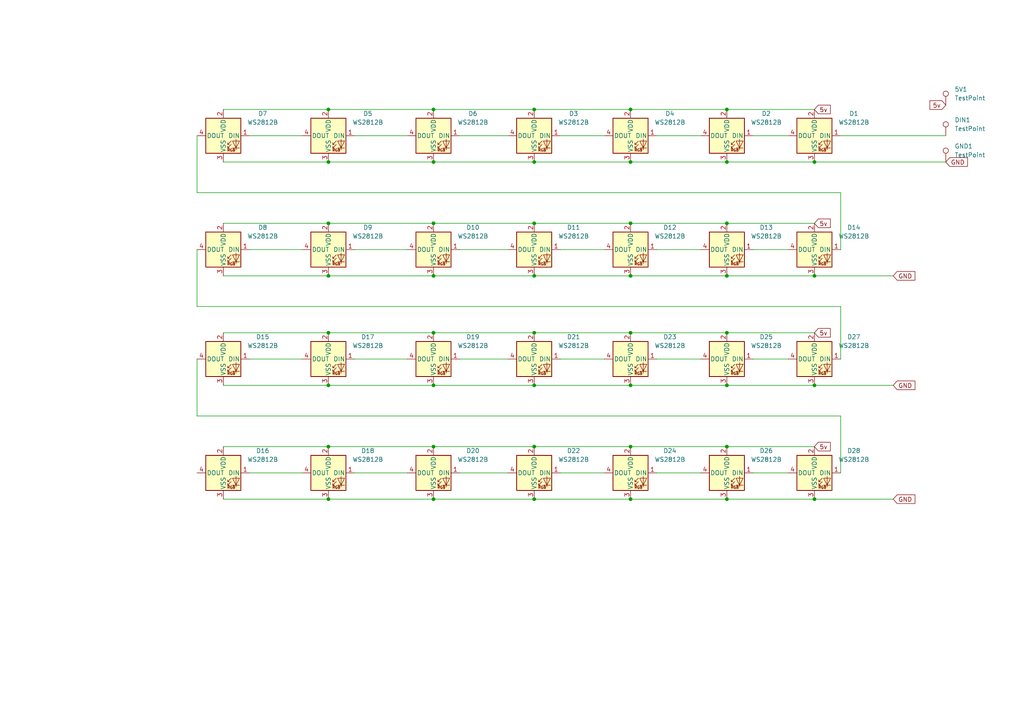
<source format=kicad_sch>
(kicad_sch (version 20250114) (generator "eeschema") (generator_version "9.0")
  (paper "A4")
  (lib_symbols
    (symbol "Connector:TestPoint" (pin_numbers (hide yes)) (pin_names (offset 0.762) (hide yes))
      (property "Reference" "TP" (at 0 6.858 0))
      (property "Value" "TestPoint" (at 0 5.08 0))
      (symbol "TestPoint_0_1"
        (circle (center 0 3.302) (radius 0.762))
      )
      (symbol "TestPoint_1_1"
        (pin passive line (at 0 0 90) (length 2.54) (name "1") (number "1"))
      )
    )
    (symbol "custom:WS2812B" (pin_names (offset 0.254))
      (property "Reference" "D" (at 5.08 5.715 0))
      (property "Value" "WS2812B" (at 1.27 -5.715 0))
      (symbol "WS2812B_0_0"
        (text "RGB" (at 2.286 -4.191 0) (effects (font (size 0.762 0.762))))
      )
      (symbol "WS2812B_0_1"
        (polyline (pts (xy 1.27 -2.54) (xy 1.778 -2.54)))
        (polyline (pts (xy 1.27 -3.556) (xy 1.778 -3.556)))
        (polyline (pts (xy 2.286 -1.524) (xy 1.27 -2.54) (xy 1.27 -2.032)))
        (polyline (pts (xy 2.286 -2.54) (xy 1.27 -3.556) (xy 1.27 -3.048)))
        (polyline (pts (xy 3.683 -1.016) (xy 3.683 -3.556) (xy 3.683 -4.064)))
        (polyline (pts (xy 4.699 -1.524) (xy 2.667 -1.524) (xy 3.683 -3.556) (xy 4.699 -1.524)))
        (polyline (pts (xy 4.699 -3.556) (xy 2.667 -3.556)))
        (rectangle (start 5.08 5.08) (end -5.08 -5.08) (stroke (width 0.254)) (fill (type background)))
      )
      (symbol "WS2812B_1_1"
        (pin output line (at -7.62 0 0) (length 2.54) (name "DOUT") (number "4"))
        (pin power_in line (at 0 7.62 270) (length 2.54) (name "VDD") (number "2"))
        (pin power_in line (at 0 -7.62 90) (length 2.54) (name "VSS") (number "3"))
        (pin input line (at 7.62 0 180) (length 2.54) (name "DIN") (number "1"))
      )
    )
  )
  (junction (at 182.88 129.54))
  (junction (at 154.94 64.77))
  (junction (at 125.73 80.01))
  (junction (at 210.82 129.54))
  (junction (at 236.22 80.01))
  (junction (at 95.25 129.54))
  (junction (at 154.94 129.54))
  (junction (at 95.25 46.99))
  (junction (at 210.82 80.01))
  (junction (at 125.73 64.77))
  (junction (at 154.94 111.76))
  (junction (at 95.25 31.75))
  (junction (at 182.88 80.01))
  (junction (at 125.73 31.75))
  (junction (at 125.73 46.99))
  (junction (at 95.25 144.78))
  (junction (at 210.82 64.77))
  (junction (at 210.82 46.99))
  (junction (at 154.94 31.75))
  (junction (at 236.22 144.78))
  (junction (at 154.94 46.99))
  (junction (at 210.82 144.78))
  (junction (at 182.88 46.99))
  (junction (at 154.94 144.78))
  (junction (at 95.25 111.76))
  (junction (at 182.88 111.76))
  (junction (at 210.82 111.76))
  (junction (at 95.25 64.77))
  (junction (at 154.94 80.01))
  (junction (at 210.82 31.75))
  (junction (at 236.22 111.76))
  (junction (at 210.82 96.52))
  (junction (at 125.73 144.78))
  (junction (at 182.88 31.75))
  (junction (at 182.88 144.78))
  (junction (at 125.73 111.76))
  (junction (at 125.73 96.52))
  (junction (at 95.25 80.01))
  (junction (at 236.22 46.99))
  (junction (at 154.94 96.52))
  (junction (at 125.73 129.54))
  (junction (at 182.88 96.52))
  (junction (at 182.88 64.77))
  (junction (at 95.25 96.52))
  (wire (pts (xy 64.77 64.77) (xy 95.25 64.77)))
  (wire (pts (xy 162.56 39.37) (xy 175.26 39.37)))
  (wire (pts (xy 182.88 111.76) (xy 210.82 111.76)))
  (wire (pts (xy 190.5 39.37) (xy 203.2 39.37)))
  (wire (pts (xy 64.77 96.52) (xy 95.25 96.52)))
  (wire (pts (xy 182.88 144.78) (xy 210.82 144.78)))
  (wire (pts (xy 236.22 111.76) (xy 259.08 111.76)))
  (wire (pts (xy 154.94 31.75) (xy 182.88 31.75)))
  (wire (pts (xy 243.84 39.37) (xy 274.32 39.37)))
  (wire (pts (xy 95.25 144.78) (xy 125.73 144.78)))
  (wire (pts (xy 57.15 104.14) (xy 57.15 120.65)))
  (wire (pts (xy 182.88 129.54) (xy 210.82 129.54)))
  (wire (pts (xy 182.88 80.01) (xy 210.82 80.01)))
  (wire (pts (xy 182.88 31.75) (xy 210.82 31.75)))
  (wire (pts (xy 102.87 104.14) (xy 118.11 104.14)))
  (wire (pts (xy 210.82 46.99) (xy 236.22 46.99)))
  (wire (pts (xy 102.87 39.37) (xy 118.11 39.37)))
  (wire (pts (xy 133.35 137.16) (xy 147.32 137.16)))
  (wire (pts (xy 125.73 64.77) (xy 154.94 64.77)))
  (wire (pts (xy 125.73 46.99) (xy 154.94 46.99)))
  (wire (pts (xy 95.25 80.01) (xy 125.73 80.01)))
  (wire (pts (xy 57.15 88.9) (xy 243.84 88.9)))
  (wire (pts (xy 125.73 31.75) (xy 154.94 31.75)))
  (wire (pts (xy 95.25 46.99) (xy 125.73 46.99)))
  (wire (pts (xy 125.73 96.52) (xy 154.94 96.52)))
  (wire (pts (xy 72.39 137.16) (xy 87.63 137.16)))
  (wire (pts (xy 190.5 137.16) (xy 203.2 137.16)))
  (wire (pts (xy 243.84 55.88) (xy 243.84 72.39)))
  (wire (pts (xy 64.77 31.75) (xy 95.25 31.75)))
  (wire (pts (xy 102.87 72.39) (xy 118.11 72.39)))
  (wire (pts (xy 57.15 120.65) (xy 243.84 120.65)))
  (wire (pts (xy 243.84 120.65) (xy 243.84 137.16)))
  (wire (pts (xy 95.25 111.76) (xy 125.73 111.76)))
  (wire (pts (xy 64.77 129.54) (xy 95.25 129.54)))
  (wire (pts (xy 154.94 111.76) (xy 182.88 111.76)))
  (wire (pts (xy 236.22 80.01) (xy 259.08 80.01)))
  (wire (pts (xy 57.15 39.37) (xy 57.15 55.88)))
  (wire (pts (xy 210.82 31.75) (xy 236.22 31.75)))
  (wire (pts (xy 154.94 96.52) (xy 182.88 96.52)))
  (wire (pts (xy 95.25 31.75) (xy 125.73 31.75)))
  (wire (pts (xy 190.5 72.39) (xy 203.2 72.39)))
  (wire (pts (xy 72.39 72.39) (xy 87.63 72.39)))
  (wire (pts (xy 154.94 144.78) (xy 182.88 144.78)))
  (wire (pts (xy 125.73 80.01) (xy 154.94 80.01)))
  (wire (pts (xy 236.22 46.99) (xy 274.32 46.99)))
  (wire (pts (xy 64.77 46.99) (xy 95.25 46.99)))
  (wire (pts (xy 210.82 111.76) (xy 236.22 111.76)))
  (wire (pts (xy 72.39 39.37) (xy 87.63 39.37)))
  (wire (pts (xy 218.44 104.14) (xy 228.6 104.14)))
  (wire (pts (xy 72.39 104.14) (xy 87.63 104.14)))
  (wire (pts (xy 102.87 137.16) (xy 118.11 137.16)))
  (wire (pts (xy 162.56 137.16) (xy 175.26 137.16)))
  (wire (pts (xy 57.15 72.39) (xy 57.15 88.9)))
  (wire (pts (xy 162.56 104.14) (xy 175.26 104.14)))
  (wire (pts (xy 125.73 111.76) (xy 154.94 111.76)))
  (wire (pts (xy 182.88 46.99) (xy 210.82 46.99)))
  (wire (pts (xy 210.82 129.54) (xy 236.22 129.54)))
  (wire (pts (xy 57.15 55.88) (xy 243.84 55.88)))
  (wire (pts (xy 95.25 96.52) (xy 125.73 96.52)))
  (wire (pts (xy 162.56 72.39) (xy 175.26 72.39)))
  (wire (pts (xy 182.88 64.77) (xy 210.82 64.77)))
  (wire (pts (xy 243.84 88.9) (xy 243.84 104.14)))
  (wire (pts (xy 64.77 111.76) (xy 95.25 111.76)))
  (wire (pts (xy 210.82 96.52) (xy 236.22 96.52)))
  (wire (pts (xy 210.82 64.77) (xy 236.22 64.77)))
  (wire (pts (xy 154.94 46.99) (xy 182.88 46.99)))
  (wire (pts (xy 154.94 129.54) (xy 182.88 129.54)))
  (wire (pts (xy 182.88 96.52) (xy 210.82 96.52)))
  (wire (pts (xy 95.25 129.54) (xy 125.73 129.54)))
  (wire (pts (xy 154.94 80.01) (xy 182.88 80.01)))
  (wire (pts (xy 133.35 104.14) (xy 147.32 104.14)))
  (wire (pts (xy 64.77 80.01) (xy 95.25 80.01)))
  (wire (pts (xy 95.25 64.77) (xy 125.73 64.77)))
  (wire (pts (xy 210.82 144.78) (xy 236.22 144.78)))
  (wire (pts (xy 236.22 144.78) (xy 259.08 144.78)))
  (wire (pts (xy 218.44 39.37) (xy 228.6 39.37)))
  (wire (pts (xy 125.73 144.78) (xy 154.94 144.78)))
  (wire (pts (xy 133.35 39.37) (xy 147.32 39.37)))
  (wire (pts (xy 125.73 129.54) (xy 154.94 129.54)))
  (wire (pts (xy 218.44 137.16) (xy 228.6 137.16)))
  (wire (pts (xy 154.94 64.77) (xy 182.88 64.77)))
  (wire (pts (xy 218.44 72.39) (xy 228.6 72.39)))
  (wire (pts (xy 190.5 104.14) (xy 203.2 104.14)))
  (wire (pts (xy 64.77 144.78) (xy 95.25 144.78)))
  (wire (pts (xy 210.82 80.01) (xy 236.22 80.01)))
  (wire (pts (xy 133.35 72.39) (xy 147.32 72.39)))
  (global_label "5v" (shape input) (at 236.22 96.52 0) (property "Intersheetrefs" "${INTERSHEET_REFS}" (effects (hide yes))))
  (global_label "GND" (shape input) (at 259.08 111.76 0) (property "Intersheetrefs" "${INTERSHEET_REFS}" (effects (hide yes))))
  (global_label "5v" (shape input) (at 274.32 30.48 180) (property "Intersheetrefs" "${INTERSHEET_REFS}" (effects (hide yes))))
  (global_label "5v" (shape input) (at 236.22 64.77 0) (property "Intersheetrefs" "${INTERSHEET_REFS}" (effects (hide yes))))
  (global_label "GND" (shape input) (at 259.08 80.01 0) (property "Intersheetrefs" "${INTERSHEET_REFS}" (effects (hide yes))))
  (global_label "GND" (shape input) (at 274.32 46.99 0) (property "Intersheetrefs" "${INTERSHEET_REFS}" (effects (hide yes))))
  (global_label "5v" (shape input) (at 236.22 129.54 0) (property "Intersheetrefs" "${INTERSHEET_REFS}" (effects (hide yes))))
  (global_label "GND" (shape input) (at 259.08 144.78 0) (property "Intersheetrefs" "${INTERSHEET_REFS}" (effects (hide yes))))
  (global_label "5v" (shape input) (at 236.22 31.75 0) (property "Intersheetrefs" "${INTERSHEET_REFS}" (effects (hide yes))))
  (symbol (lib_id "custom:WS2812B") (at 125.73 137.16 0) (unit 1)
    (property "Reference" "D20" (at 137.16 130.7398 0))
    (property "Value" "WS2812B" (at 137.16 133.2798 0))
    (property "Footprint" "Library:WS2812" (effects (hide yes)))
    (property "Datasheet" "https://cdn-shop.adafruit.com/datasheets/WS2812B.pdf" (effects (hide yes)))
    (property "Description" "RGB LED with integrated controller" (effects (hide yes)))
  )
  (symbol (lib_id "custom:WS2812B") (at 236.22 39.37 0) (unit 1)
    (property "Reference" "D1" (at 247.65 32.9498 0))
    (property "Value" "WS2812B" (at 247.65 35.4898 0))
    (property "Footprint" "Library:WS2812" (effects (hide yes)))
    (property "Datasheet" "https://cdn-shop.adafruit.com/datasheets/WS2812B.pdf" (effects (hide yes)))
    (property "Description" "RGB LED with integrated controller" (effects (hide yes)))
  )
  (symbol (lib_id "custom:WS2812B") (at 64.77 39.37 0) (unit 1)
    (property "Reference" "D7" (at 76.2 32.9498 0))
    (property "Value" "WS2812B" (at 76.2 35.4898 0))
    (property "Footprint" "Library:WS2812" (effects (hide yes)))
    (property "Datasheet" "https://cdn-shop.adafruit.com/datasheets/WS2812B.pdf" (effects (hide yes)))
    (property "Description" "RGB LED with integrated controller" (effects (hide yes)))
  )
  (symbol (lib_id "custom:WS2812B") (at 182.88 104.14 0) (unit 1)
    (property "Reference" "D23" (at 194.31 97.7198 0))
    (property "Value" "WS2812B" (at 194.31 100.2598 0))
    (property "Footprint" "Library:WS2812" (effects (hide yes)))
    (property "Datasheet" "https://cdn-shop.adafruit.com/datasheets/WS2812B.pdf" (effects (hide yes)))
    (property "Description" "RGB LED with integrated controller" (effects (hide yes)))
  )
  (symbol (lib_id "custom:WS2812B") (at 154.94 72.39 0) (unit 1)
    (property "Reference" "D11" (at 166.37 65.9698 0))
    (property "Value" "WS2812B" (at 166.37 68.5098 0))
    (property "Footprint" "Library:WS2812" (effects (hide yes)))
    (property "Datasheet" "https://cdn-shop.adafruit.com/datasheets/WS2812B.pdf" (effects (hide yes)))
    (property "Description" "RGB LED with integrated controller" (effects (hide yes)))
  )
  (symbol (lib_id "custom:WS2812B") (at 236.22 72.39 0) (unit 1)
    (property "Reference" "D14" (at 247.65 65.9698 0))
    (property "Value" "WS2812B" (at 247.65 68.5098 0))
    (property "Footprint" "Library:WS2812" (effects (hide yes)))
    (property "Datasheet" "https://cdn-shop.adafruit.com/datasheets/WS2812B.pdf" (effects (hide yes)))
    (property "Description" "RGB LED with integrated controller" (effects (hide yes)))
  )
  (symbol (lib_id "custom:WS2812B") (at 64.77 137.16 0) (unit 1)
    (property "Reference" "D16" (at 76.2 130.7398 0))
    (property "Value" "WS2812B" (at 76.2 133.2798 0))
    (property "Footprint" "Library:WS2812" (effects (hide yes)))
    (property "Datasheet" "https://cdn-shop.adafruit.com/datasheets/WS2812B.pdf" (effects (hide yes)))
    (property "Description" "RGB LED with integrated controller" (effects (hide yes)))
  )
  (symbol (lib_id "custom:WS2812B") (at 210.82 137.16 0) (unit 1)
    (property "Reference" "D26" (at 222.25 130.7398 0))
    (property "Value" "WS2812B" (at 222.25 133.2798 0))
    (property "Footprint" "Library:WS2812" (effects (hide yes)))
    (property "Datasheet" "https://cdn-shop.adafruit.com/datasheets/WS2812B.pdf" (effects (hide yes)))
    (property "Description" "RGB LED with integrated controller" (effects (hide yes)))
  )
  (symbol (lib_id "custom:WS2812B") (at 236.22 104.14 0) (unit 1)
    (property "Reference" "D27" (at 247.65 97.7198 0))
    (property "Value" "WS2812B" (at 247.65 100.2598 0))
    (property "Footprint" "Library:WS2812" (effects (hide yes)))
    (property "Datasheet" "https://cdn-shop.adafruit.com/datasheets/WS2812B.pdf" (effects (hide yes)))
    (property "Description" "RGB LED with integrated controller" (effects (hide yes)))
  )
  (symbol (lib_id "custom:WS2812B") (at 125.73 104.14 0) (unit 1)
    (property "Reference" "D19" (at 137.16 97.7198 0))
    (property "Value" "WS2812B" (at 137.16 100.2598 0))
    (property "Footprint" "Library:WS2812" (effects (hide yes)))
    (property "Datasheet" "https://cdn-shop.adafruit.com/datasheets/WS2812B.pdf" (effects (hide yes)))
    (property "Description" "RGB LED with integrated controller" (effects (hide yes)))
  )
  (symbol (lib_id "custom:WS2812B") (at 95.25 104.14 0) (unit 1)
    (property "Reference" "D17" (at 106.68 97.7198 0))
    (property "Value" "WS2812B" (at 106.68 100.2598 0))
    (property "Footprint" "Library:WS2812" (effects (hide yes)))
    (property "Datasheet" "https://cdn-shop.adafruit.com/datasheets/WS2812B.pdf" (effects (hide yes)))
    (property "Description" "RGB LED with integrated controller" (effects (hide yes)))
  )
  (symbol (lib_id "custom:WS2812B") (at 64.77 72.39 0) (unit 1)
    (property "Reference" "D8" (at 76.2 65.9698 0))
    (property "Value" "WS2812B" (at 76.2 68.5098 0))
    (property "Footprint" "Library:WS2812" (effects (hide yes)))
    (property "Datasheet" "https://cdn-shop.adafruit.com/datasheets/WS2812B.pdf" (effects (hide yes)))
    (property "Description" "RGB LED with integrated controller" (effects (hide yes)))
  )
  (symbol (lib_id "Connector:TestPoint") (at 274.32 39.37 0) (unit 1)
    (property "Reference" "DIN1" (at 276.86 34.7979 0) (effects (justify left)))
    (property "Value" "TestPoint" (at 276.86 37.3379 0) (effects (justify left)))
    (property "Footprint" "TestPoint:TestPoint_Pad_3.0x3.0mm" (effects (hide yes)))
    (property "Description" "test point" (effects (hide yes)))
  )
  (symbol (lib_id "custom:WS2812B") (at 95.25 39.37 0) (unit 1)
    (property "Reference" "D5" (at 106.68 32.9498 0))
    (property "Value" "WS2812B" (at 106.68 35.4898 0))
    (property "Footprint" "Library:WS2812" (effects (hide yes)))
    (property "Datasheet" "https://cdn-shop.adafruit.com/datasheets/WS2812B.pdf" (effects (hide yes)))
    (property "Description" "RGB LED with integrated controller" (effects (hide yes)))
  )
  (symbol (lib_id "custom:WS2812B") (at 154.94 104.14 0) (unit 1)
    (property "Reference" "D21" (at 166.37 97.7198 0))
    (property "Value" "WS2812B" (at 166.37 100.2598 0))
    (property "Footprint" "Library:WS2812" (effects (hide yes)))
    (property "Datasheet" "https://cdn-shop.adafruit.com/datasheets/WS2812B.pdf" (effects (hide yes)))
    (property "Description" "RGB LED with integrated controller" (effects (hide yes)))
  )
  (symbol (lib_id "custom:WS2812B") (at 236.22 137.16 0) (unit 1)
    (property "Reference" "D28" (at 247.65 130.7398 0))
    (property "Value" "WS2812B" (at 247.65 133.2798 0))
    (property "Footprint" "Library:WS2812" (effects (hide yes)))
    (property "Datasheet" "https://cdn-shop.adafruit.com/datasheets/WS2812B.pdf" (effects (hide yes)))
    (property "Description" "RGB LED with integrated controller" (effects (hide yes)))
  )
  (symbol (lib_id "custom:WS2812B") (at 182.88 72.39 0) (unit 1)
    (property "Reference" "D12" (at 194.31 65.9698 0))
    (property "Value" "WS2812B" (at 194.31 68.5098 0))
    (property "Footprint" "Library:WS2812" (effects (hide yes)))
    (property "Datasheet" "https://cdn-shop.adafruit.com/datasheets/WS2812B.pdf" (effects (hide yes)))
    (property "Description" "RGB LED with integrated controller" (effects (hide yes)))
  )
  (symbol (lib_id "custom:WS2812B") (at 182.88 39.37 0) (unit 1)
    (property "Reference" "D4" (at 194.31 32.9498 0))
    (property "Value" "WS2812B" (at 194.31 35.4898 0))
    (property "Footprint" "Library:WS2812" (effects (hide yes)))
    (property "Datasheet" "https://cdn-shop.adafruit.com/datasheets/WS2812B.pdf" (effects (hide yes)))
    (property "Description" "RGB LED with integrated controller" (effects (hide yes)))
  )
  (symbol (lib_id "custom:WS2812B") (at 154.94 39.37 0) (unit 1)
    (property "Reference" "D3" (at 166.37 32.9498 0))
    (property "Value" "WS2812B" (at 166.37 35.4898 0))
    (property "Footprint" "Library:WS2812" (effects (hide yes)))
    (property "Datasheet" "https://cdn-shop.adafruit.com/datasheets/WS2812B.pdf" (effects (hide yes)))
    (property "Description" "RGB LED with integrated controller" (effects (hide yes)))
  )
  (symbol (lib_id "Connector:TestPoint") (at 274.32 30.48 0) (unit 1)
    (property "Reference" "5V1" (at 276.86 25.9079 0) (effects (justify left)))
    (property "Value" "TestPoint" (at 276.86 28.4479 0) (effects (justify left)))
    (property "Footprint" "TestPoint:TestPoint_Pad_3.0x3.0mm" (effects (hide yes)))
    (property "Description" "test point" (effects (hide yes)))
  )
  (symbol (lib_id "custom:WS2812B") (at 210.82 104.14 0) (unit 1)
    (property "Reference" "D25" (at 222.25 97.7198 0))
    (property "Value" "WS2812B" (at 222.25 100.2598 0))
    (property "Footprint" "Library:WS2812" (effects (hide yes)))
    (property "Datasheet" "https://cdn-shop.adafruit.com/datasheets/WS2812B.pdf" (effects (hide yes)))
    (property "Description" "RGB LED with integrated controller" (effects (hide yes)))
  )
  (symbol (lib_id "custom:WS2812B") (at 210.82 72.39 0) (unit 1)
    (property "Reference" "D13" (at 222.25 65.9698 0))
    (property "Value" "WS2812B" (at 222.25 68.5098 0))
    (property "Footprint" "Library:WS2812" (effects (hide yes)))
    (property "Datasheet" "https://cdn-shop.adafruit.com/datasheets/WS2812B.pdf" (effects (hide yes)))
    (property "Description" "RGB LED with integrated controller" (effects (hide yes)))
  )
  (symbol (lib_id "Connector:TestPoint") (at 274.32 46.99 0) (unit 1)
    (property "Reference" "GND1" (at 276.86 42.4179 0) (effects (justify left)))
    (property "Value" "TestPoint" (at 276.86 44.9579 0) (effects (justify left)))
    (property "Footprint" "TestPoint:TestPoint_Pad_3.0x3.0mm" (effects (hide yes)))
    (property "Description" "test point" (effects (hide yes)))
  )
  (symbol (lib_id "custom:WS2812B") (at 64.77 104.14 0) (unit 1)
    (property "Reference" "D15" (at 76.2 97.7198 0))
    (property "Value" "WS2812B" (at 76.2 100.2598 0))
    (property "Footprint" "Library:WS2812" (effects (hide yes)))
    (property "Datasheet" "https://cdn-shop.adafruit.com/datasheets/WS2812B.pdf" (effects (hide yes)))
    (property "Description" "RGB LED with integrated controller" (effects (hide yes)))
  )
  (symbol (lib_id "custom:WS2812B") (at 125.73 72.39 0) (unit 1)
    (property "Reference" "D10" (at 137.16 65.9698 0))
    (property "Value" "WS2812B" (at 137.16 68.5098 0))
    (property "Footprint" "Library:WS2812" (effects (hide yes)))
    (property "Datasheet" "https://cdn-shop.adafruit.com/datasheets/WS2812B.pdf" (effects (hide yes)))
    (property "Description" "RGB LED with integrated controller" (effects (hide yes)))
  )
  (symbol (lib_id "custom:WS2812B") (at 95.25 137.16 0) (unit 1)
    (property "Reference" "D18" (at 106.68 130.7398 0))
    (property "Value" "WS2812B" (at 106.68 133.2798 0))
    (property "Footprint" "Library:WS2812" (effects (hide yes)))
    (property "Datasheet" "https://cdn-shop.adafruit.com/datasheets/WS2812B.pdf" (effects (hide yes)))
    (property "Description" "RGB LED with integrated controller" (effects (hide yes)))
  )
  (symbol (lib_id "custom:WS2812B") (at 210.82 39.37 0) (unit 1)
    (property "Reference" "D2" (at 222.25 32.9498 0))
    (property "Value" "WS2812B" (at 222.25 35.4898 0))
    (property "Footprint" "Library:WS2812" (effects (hide yes)))
    (property "Datasheet" "https://cdn-shop.adafruit.com/datasheets/WS2812B.pdf" (effects (hide yes)))
    (property "Description" "RGB LED with integrated controller" (effects (hide yes)))
  )
  (symbol (lib_id "custom:WS2812B") (at 95.25 72.39 0) (unit 1)
    (property "Reference" "D9" (at 106.68 65.9698 0))
    (property "Value" "WS2812B" (at 106.68 68.5098 0))
    (property "Footprint" "Library:WS2812" (effects (hide yes)))
    (property "Datasheet" "https://cdn-shop.adafruit.com/datasheets/WS2812B.pdf" (effects (hide yes)))
    (property "Description" "RGB LED with integrated controller" (effects (hide yes)))
  )
  (symbol (lib_id "custom:WS2812B") (at 154.94 137.16 0) (unit 1)
    (property "Reference" "D22" (at 166.37 130.7398 0))
    (property "Value" "WS2812B" (at 166.37 133.2798 0))
    (property "Footprint" "Library:WS2812" (effects (hide yes)))
    (property "Datasheet" "https://cdn-shop.adafruit.com/datasheets/WS2812B.pdf" (effects (hide yes)))
    (property "Description" "RGB LED with integrated controller" (effects (hide yes)))
  )
  (symbol (lib_id "custom:WS2812B") (at 125.73 39.37 0) (unit 1)
    (property "Reference" "D6" (at 137.16 32.9498 0))
    (property "Value" "WS2812B" (at 137.16 35.4898 0))
    (property "Footprint" "Library:WS2812" (effects (hide yes)))
    (property "Datasheet" "https://cdn-shop.adafruit.com/datasheets/WS2812B.pdf" (effects (hide yes)))
    (property "Description" "RGB LED with integrated controller" (effects (hide yes)))
  )
  (symbol (lib_id "custom:WS2812B") (at 182.88 137.16 0) (unit 1)
    (property "Reference" "D24" (at 194.31 130.7398 0))
    (property "Value" "WS2812B" (at 194.31 133.2798 0))
    (property "Footprint" "Library:WS2812" (effects (hide yes)))
    (property "Datasheet" "https://cdn-shop.adafruit.com/datasheets/WS2812B.pdf" (effects (hide yes)))
    (property "Description" "RGB LED with integrated controller" (effects (hide yes)))
  )
)
</source>
